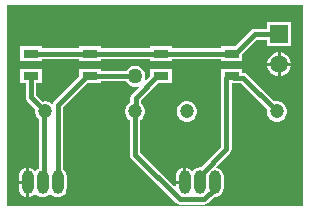
<source format=gtl>
G04*
G04 #@! TF.GenerationSoftware,Altium Limited,Altium Designer,25.7.1 (20)*
G04*
G04 Layer_Physical_Order=1*
G04 Layer_Color=255*
%FSLAX44Y44*%
%MOMM*%
G71*
G04*
G04 #@! TF.SameCoordinates,89B32CEB-4FF3-43B7-977F-634E7E319435*
G04*
G04*
G04 #@! TF.FilePolarity,Positive*
G04*
G01*
G75*
%ADD10R,1.3000X0.7000*%
%ADD11C,0.3810*%
%ADD12R,1.5000X1.5000*%
%ADD13C,1.5000*%
%ADD14C,1.2000*%
%ADD15O,1.0000X2.0000*%
%ADD16O,1.0000X2.0000*%
%ADD17C,1.2700*%
G36*
X250000Y0D02*
X0D01*
Y170000D01*
X250000D01*
Y0D01*
D02*
G37*
%LPC*%
G36*
X240040Y155440D02*
X219960D01*
Y149932D01*
X209400D01*
X209400Y149932D01*
X207666Y149587D01*
X206195Y148605D01*
X192631Y135040D01*
X180960D01*
Y133532D01*
X139040D01*
Y135040D01*
X120960D01*
Y133532D01*
X79040D01*
Y135040D01*
X60960D01*
Y133532D01*
X29040D01*
Y135040D01*
X10960D01*
Y122960D01*
X29040D01*
Y124468D01*
X60960D01*
Y122960D01*
X79040D01*
Y124468D01*
X120960D01*
Y122960D01*
X139040D01*
Y124468D01*
X180960D01*
Y122960D01*
X199040D01*
Y128631D01*
X211277Y140868D01*
X219960D01*
Y135360D01*
X240040D01*
Y155440D01*
D02*
G37*
G36*
X231322Y130040D02*
X231270D01*
Y121270D01*
X240040D01*
Y121322D01*
X239356Y123875D01*
X238034Y126165D01*
X236165Y128034D01*
X233875Y129356D01*
X231322Y130040D01*
D02*
G37*
G36*
X228730D02*
X228678D01*
X226125Y129356D01*
X223835Y128034D01*
X221966Y126165D01*
X220644Y123875D01*
X219960Y121322D01*
Y121270D01*
X228730D01*
Y130040D01*
D02*
G37*
G36*
X109170Y118890D02*
X106830D01*
X104569Y118284D01*
X102541Y117114D01*
X100886Y115459D01*
X100351Y114532D01*
X79040D01*
Y116040D01*
X60960D01*
Y110369D01*
X39495Y88905D01*
X38513Y87434D01*
X38393Y86832D01*
X37436Y86541D01*
X37144Y86834D01*
X35196Y87958D01*
X33024Y88540D01*
X30776D01*
X29982Y88327D01*
X24532Y93777D01*
Y103960D01*
X29040D01*
Y116040D01*
X10960D01*
Y103960D01*
X15468D01*
Y91900D01*
X15813Y90166D01*
X16795Y88695D01*
X23573Y81918D01*
X23360Y81124D01*
Y78876D01*
X23942Y76704D01*
X25066Y74756D01*
X26418Y73405D01*
Y31677D01*
X26198Y31586D01*
X24622Y30378D01*
X24150Y29762D01*
X23150D01*
X22678Y30378D01*
X21102Y31586D01*
X19268Y32346D01*
X18570Y32438D01*
Y20000D01*
Y7562D01*
X19268Y7654D01*
X21102Y8414D01*
X22678Y9622D01*
X23150Y10238D01*
X24150D01*
X24622Y9622D01*
X26198Y8414D01*
X28032Y7654D01*
X30000Y7395D01*
X31968Y7654D01*
X33802Y8414D01*
X35378Y9622D01*
X35850Y10238D01*
X36850D01*
X37322Y9622D01*
X38898Y8414D01*
X40732Y7654D01*
X42700Y7395D01*
X44668Y7654D01*
X46502Y8414D01*
X48078Y9622D01*
X49286Y11198D01*
X50046Y13032D01*
X50305Y15000D01*
Y25000D01*
X50046Y26968D01*
X49286Y28803D01*
X48078Y30378D01*
X47232Y31026D01*
Y83823D01*
X67369Y103960D01*
X79040D01*
Y105468D01*
X100351D01*
X100886Y104541D01*
X102541Y102886D01*
X104569Y101716D01*
X106830Y101110D01*
X109170D01*
X110695Y101518D01*
X111213Y100622D01*
X105510Y94920D01*
X104528Y93449D01*
X104183Y91715D01*
Y87600D01*
X102856Y86834D01*
X101266Y85244D01*
X100142Y83296D01*
X99560Y81124D01*
Y78876D01*
X100142Y76704D01*
X101266Y74756D01*
X102856Y73166D01*
X103568Y72755D01*
Y43543D01*
X103913Y41808D01*
X104895Y40338D01*
X142883Y2350D01*
X144353Y1368D01*
X146088Y1023D01*
X146088Y1023D01*
X166612D01*
X168347Y1368D01*
X169817Y2350D01*
X174924Y7458D01*
X175400Y7395D01*
X177368Y7654D01*
X179202Y8414D01*
X180778Y9622D01*
X181986Y11198D01*
X182746Y13032D01*
X183005Y15000D01*
Y25000D01*
X182746Y26968D01*
X181986Y28803D01*
X180778Y30378D01*
X179202Y31586D01*
X177368Y32346D01*
X177102Y32381D01*
X176780Y33328D01*
X188610Y45157D01*
X188610Y45158D01*
X189592Y46628D01*
X189937Y48362D01*
Y103960D01*
X191157D01*
X191595Y103873D01*
X191595Y103873D01*
X197818D01*
X219773Y81918D01*
X219560Y81124D01*
Y78876D01*
X220142Y76704D01*
X221266Y74756D01*
X222856Y73166D01*
X224804Y72042D01*
X226976Y71460D01*
X229224D01*
X231396Y72042D01*
X233344Y73166D01*
X234934Y74756D01*
X236058Y76704D01*
X236640Y78876D01*
Y81124D01*
X236058Y83296D01*
X234934Y85244D01*
X233344Y86834D01*
X231396Y87958D01*
X229224Y88540D01*
X226976D01*
X226182Y88327D01*
X202900Y111610D01*
X201429Y112592D01*
X199695Y112937D01*
X199040D01*
Y116040D01*
X180960D01*
Y108843D01*
X180873Y108405D01*
Y50240D01*
X163176Y32542D01*
X162700Y32605D01*
X160732Y32346D01*
X158897Y31586D01*
X157322Y30378D01*
X156850Y29762D01*
X155850D01*
X155378Y30378D01*
X153802Y31586D01*
X151968Y32346D01*
X151270Y32438D01*
Y20000D01*
X150000D01*
Y18730D01*
X142395D01*
Y16964D01*
X141471Y16581D01*
X112632Y45420D01*
Y72755D01*
X113344Y73166D01*
X114934Y74756D01*
X116058Y76704D01*
X116640Y78876D01*
Y81124D01*
X116058Y83296D01*
X114934Y85244D01*
X113344Y86834D01*
X113247Y86889D01*
Y89838D01*
X127369Y103960D01*
X139040D01*
Y116040D01*
X120960D01*
Y110369D01*
X117378Y106787D01*
X116482Y107305D01*
X116890Y108830D01*
Y111170D01*
X116284Y113431D01*
X115114Y115459D01*
X113459Y117114D01*
X111431Y118284D01*
X109170Y118890D01*
D02*
G37*
G36*
X240040Y118730D02*
X231270D01*
Y109960D01*
X231322D01*
X233875Y110644D01*
X236165Y111966D01*
X238034Y113835D01*
X239356Y116125D01*
X240040Y118678D01*
Y118730D01*
D02*
G37*
G36*
X228730D02*
X219960D01*
Y118678D01*
X220644Y116125D01*
X221966Y113835D01*
X223835Y111966D01*
X226125Y110644D01*
X228678Y109960D01*
X228730D01*
Y118730D01*
D02*
G37*
G36*
X153024Y88540D02*
X150776D01*
X148604Y87958D01*
X146656Y86834D01*
X145066Y85244D01*
X143942Y83296D01*
X143360Y81124D01*
Y78876D01*
X143942Y76704D01*
X145066Y74756D01*
X146656Y73166D01*
X148604Y72042D01*
X150776Y71460D01*
X153024D01*
X155196Y72042D01*
X157144Y73166D01*
X158734Y74756D01*
X159858Y76704D01*
X160440Y78876D01*
Y81124D01*
X159858Y83296D01*
X158734Y85244D01*
X157144Y86834D01*
X155196Y87958D01*
X153024Y88540D01*
D02*
G37*
G36*
X148730Y32438D02*
X148032Y32346D01*
X146198Y31586D01*
X144622Y30378D01*
X143414Y28803D01*
X142654Y26968D01*
X142395Y25000D01*
Y21270D01*
X148730D01*
Y32438D01*
D02*
G37*
G36*
X16030D02*
X15332Y32346D01*
X13498Y31586D01*
X11922Y30378D01*
X10714Y28803D01*
X9954Y26968D01*
X9695Y25000D01*
Y21270D01*
X16030D01*
Y32438D01*
D02*
G37*
G36*
Y18730D02*
X9695D01*
Y15000D01*
X9954Y13032D01*
X10714Y11198D01*
X11922Y9622D01*
X13498Y8414D01*
X15332Y7654D01*
X16030Y7562D01*
Y18730D01*
D02*
G37*
%LPD*%
D10*
X190000Y129000D02*
D03*
Y110000D02*
D03*
X130000Y129000D02*
D03*
Y110000D02*
D03*
X70000Y129000D02*
D03*
Y110000D02*
D03*
X20000Y129000D02*
D03*
Y110000D02*
D03*
D11*
X70000D02*
X108000D01*
X108715Y91715D02*
X127000Y110000D01*
X130000D01*
X108715Y80615D02*
Y91715D01*
X108100Y80000D02*
X108715Y80615D01*
X108100Y43543D02*
Y80000D01*
Y43543D02*
X146088Y5555D01*
X166612D01*
X175400Y14343D01*
Y20000D01*
X187000Y110000D02*
X190000D01*
X185405Y108405D02*
X187000Y110000D01*
X185405Y48362D02*
Y108405D01*
X162700Y25657D02*
X185405Y48362D01*
X162700Y20000D02*
Y25657D01*
X190000Y110000D02*
X191595Y108405D01*
X199695D01*
X228100Y80000D01*
X67000Y110000D02*
X70000D01*
X42700Y85700D02*
X67000Y110000D01*
X42700Y20000D02*
Y85700D01*
X30000Y20000D02*
X30950Y20950D01*
Y79050D01*
X31900Y80000D01*
X20000Y91900D02*
X31900Y80000D01*
X20000Y91900D02*
Y110000D01*
X209400Y145400D02*
X230000D01*
X193000Y129000D02*
X209400Y145400D01*
X190000Y129000D02*
X193000D01*
X130000D02*
X190000D01*
X70000D02*
X130000D01*
X20000D02*
X70000D01*
D12*
X230000Y145400D02*
D03*
D13*
Y120000D02*
D03*
D14*
X108100Y80000D02*
D03*
X31900D02*
D03*
X228100D02*
D03*
X151900D02*
D03*
D15*
X175400Y20000D02*
D03*
X150000D02*
D03*
X42700D02*
D03*
X17300D02*
D03*
D16*
X162700D02*
D03*
X30000D02*
D03*
D17*
X108000Y110000D02*
D03*
M02*

</source>
